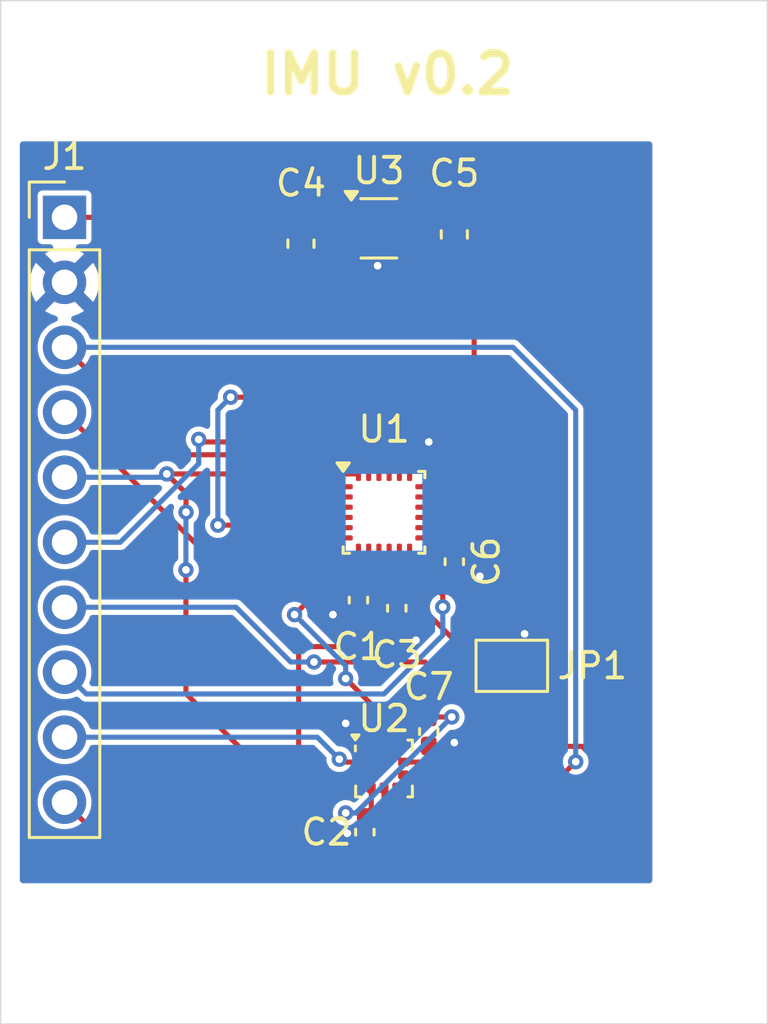
<source format=kicad_pcb>
(kicad_pcb (version 20241229) (generator "pcbnew") (generator_version "9.0")
  (title_block (title "IMU") (date "4/18/25") (rev "0.2"))
  (layers (0 "F.Cu" signal) (2 "B.Cu" signal) (13 "F.Paste" user) (15 "B.Paste" user) (5 "F.SilkS" user "F.Silkscreen") (7 "B.SilkS" user "B.Silkscreen") (1 "F.Mask" user) (3 "B.Mask" user) (25 "Edge.Cuts" user))
  (net 0 "")
  (net 1 "GND")
  (net 2 "/1.8v")
  (net 3 "Net-(U1-REGOUT)")
  (net 4 "Net-(J1-Pin_1)")
  (net 5 "/SDO")
  (net 6 "/INT2")
  (net 7 "/CS1")
  (net 8 "/FSYNC")
  (net 9 "/CS2")
  (net 10 "/INT1")
  (net 11 "/SCLK")
  (net 12 "/SDI")
  (footprint "MountingHole:MountingHole_2.7mm_M2.5" (layer "F.Cu") (at 138 117)
    (property "Reference" "REF**" (hide yes))
    (property "Value" "MountingHole_2.7mm_M2.5" (hide yes))
    (pad "" np_thru_hole circle (at 0 0) (size 2.7 2.7) (drill 2.7) (layers "*.Cu" "*.Mask"))
  )
  (footprint "Capacitor_SMD:C_0402_1005Metric_Pad0.74x0.62mm_HandSolder" (layer "F.Cu") (at 150.5 103.75 -90)
    (property "Reference" "C3" (at 1.8175 0 180) (layer "F.SilkS"))
    (property "Value" "0.1uf")
    (fp_line (start -0.115835 0.36) (end 0.115835 0.36) (stroke (width 0.12)) (layer "F.SilkS"))
    (fp_line (start -0.115835 -0.36) (end 0.115835 -0.36) (stroke (width 0.12)) (layer "F.SilkS"))
    (pad "1" smd roundrect (at -0.5675 0 270) (size 0.735 0.62) (layers "F.Cu" "F.Mask" "F.Paste") (net 3 "Net-(U1-REGOUT)"))
    (pad "2" smd roundrect (at 0.5675 0 270) (size 0.735 0.62) (layers "F.Cu" "F.Mask" "F.Paste") (net 1 "GND"))
  )
  (footprint "Jumper:SolderJumper-2_P1.3mm_Open_Pad1.0x1.5mm" (layer "F.Cu") (at 155 106)
    (property "Reference" "JP1" (at 3.15 0 0) (layer "F.SilkS"))
    (property "Value" "SolderJumper_2_Open")
    (fp_line (start -1.4 -1) (end 1.4 -1) (stroke (width 0.12)) (layer "F.SilkS"))
    (fp_line (start -1.4 1) (end -1.4 -1) (stroke (width 0.12)) (layer "F.SilkS"))
    (fp_line (start 1.4 -1) (end 1.4 1) (stroke (width 0.12)) (layer "F.SilkS"))
    (fp_line (start 1.4 1) (end -1.4 1) (stroke (width 0.12)) (layer "F.SilkS"))
    (pad "1" smd rect (at -0.65 0) (size 1 1.5) (layers "F.Cu" "F.Mask") (net 8 "/FSYNC"))
    (pad "2" smd rect (at 0.65 0) (size 1 1.5) (layers "F.Cu" "F.Mask") (net 1 "GND"))
  )
  (footprint "Capacitor_SMD:C_0402_1005Metric_Pad0.74x0.62mm_HandSolder" (layer "F.Cu") (at 151.75 108.5675 -90)
    (property "Reference" "C7" (at -1.75 0 180) (layer "F.SilkS"))
    (property "Value" "0.1uf")
    (fp_line (start -0.115835 0.36) (end 0.115835 0.36) (stroke (width 0.12)) (layer "F.SilkS"))
    (fp_line (start -0.115835 -0.36) (end 0.115835 -0.36) (stroke (width 0.12)) (layer "F.SilkS"))
    (pad "1" smd roundrect (at -0.5675 0 270) (size 0.735 0.62) (layers "F.Cu" "F.Mask" "F.Paste") (net 2 "/1.8v"))
    (pad "2" smd roundrect (at 0.5675 0 270) (size 0.735 0.62) (layers "F.Cu" "F.Mask" "F.Paste") (net 1 "GND"))
  )
  (footprint "Capacitor_SMD:C_0402_1005Metric_Pad0.74x0.62mm_HandSolder" (layer "F.Cu") (at 149 103.4325 -90)
    (property "Reference" "C1" (at 1.8175 0 180) (layer "F.SilkS"))
    (property "Value" "0.1uf")
    (fp_line (start -0.115835 0.36) (end 0.115835 0.36) (stroke (width 0.12)) (layer "F.SilkS"))
    (fp_line (start -0.115835 -0.36) (end 0.115835 -0.36) (stroke (width 0.12)) (layer "F.SilkS"))
    (pad "1" smd roundrect (at -0.5675 0 270) (size 0.735 0.62) (layers "F.Cu" "F.Mask" "F.Paste") (net 2 "/1.8v"))
    (pad "2" smd roundrect (at 0.5675 0 270) (size 0.735 0.62) (layers "F.Cu" "F.Mask" "F.Paste") (net 1 "GND"))
  )
  (footprint "MountingHole:MountingHole_2.7mm_M2.5" (layer "F.Cu") (at 162 117)
    (property "Reference" "REF**" (hide yes))
    (property "Value" "MountingHole_2.7mm_M2.5" (hide yes))
    (pad "" np_thru_hole circle (at 0 0) (size 2.7 2.7) (drill 2.7) (layers "*.Cu" "*.Mask"))
  )
  (footprint "Capacitor_SMD:C_0603_1608Metric_Pad1.08x0.95mm_HandSolder" (layer "F.Cu") (at 152.75 89.1375 -90)
    (property "Reference" "C5" (at -2.3875 0 180) (layer "F.SilkS"))
    (property "Value" "1uf")
    (fp_line (start -0.146267 0.51) (end 0.146267 0.51) (stroke (width 0.12)) (layer "F.SilkS"))
    (fp_line (start -0.146267 -0.51) (end 0.146267 -0.51) (stroke (width 0.12)) (layer "F.SilkS"))
    (pad "1" smd roundrect (at -0.8625 0 270) (size 1.075 0.95) (layers "F.Cu" "F.Mask" "F.Paste") (net 2 "/1.8v"))
    (pad "2" smd roundrect (at 0.8625 0 270) (size 1.075 0.95) (layers "F.Cu" "F.Mask" "F.Paste") (net 1 "GND"))
  )
  (footprint "MountingHole:MountingHole_2.7mm_M2.5" (layer "F.Cu") (at 162 83)
    (property "Reference" "REF**" (hide yes))
    (property "Value" "MountingHole_2.7mm_M2.5" (hide yes))
    (pad "" np_thru_hole circle (at 0 0) (size 2.7 2.7) (drill 2.7) (layers "*.Cu" "*.Mask"))
  )
  (footprint "Package_TO_SOT_SMD:SOT-353_SC-70-5" (layer "F.Cu") (at 149.8 88.9)
    (property "Reference" "U3" (at 0 -2.25 0) (layer "F.SilkS"))
    (property "Value" "MIC5365-1.8YC5")
    (fp_line (start -0.71 -1.16) (end 0.7 -1.16) (stroke (width 0.12)) (layer "F.SilkS"))
    (fp_line (start -0.7 1.16) (end 0.7 1.16) (stroke (width 0.12)) (layer "F.SilkS"))
    (fp_poly (pts (xy -1.08 -1.11) (xy -1.32 -1.44) (xy -0.84 -1.44) (xy -1.08 -1.11)) (stroke (width 0.12)) (fill yes) (layer "F.SilkS"))
    (pad "1" smd roundrect (at -0.95 -0.65) (size 0.65 0.4) (layers "F.Cu" "F.Mask" "F.Paste") (net 4 "Net-(J1-Pin_1)"))
    (pad "2" smd roundrect (at -0.95 0) (size 0.65 0.4) (layers "F.Cu" "F.Mask" "F.Paste") (net 1 "GND"))
    (pad "3" smd roundrect (at -0.95 0.65) (size 0.65 0.4) (layers "F.Cu" "F.Mask" "F.Paste") (net 4 "Net-(J1-Pin_1)"))
    (pad "4" smd roundrect (at 0.95 0.65) (size 0.65 0.4) (layers "F.Cu" "F.Mask" "F.Paste"))
    (pad "5" smd roundrect (at 0.95 -0.65) (size 0.65 0.4) (layers "F.Cu" "F.Mask" "F.Paste") (net 2 "/1.8v"))
  )
  (footprint "Package_LGA:ST_HLGA-10_2x2mm_P0.5mm_LayoutBorder3x2y" (layer "F.Cu") (at 150 110.0125)
    (property "Reference" "U2" (at 0 -1.95 0) (layer "F.SilkS"))
    (property "Value" "~")
    (fp_line (start -1.12 -0.685) (end -1.12 -0.88) (stroke (width 0.12)) (layer "F.SilkS"))
    (fp_line (start -1.11 1.11) (end -1.11 0.685) (stroke (width 0.12)) (layer "F.SilkS"))
    (fp_line (start -0.935 1.11) (end -1.11 1.11) (stroke (width 0.12)) (layer "F.SilkS"))
    (fp_line (start 0.935 -1.11) (end 1.11 -1.11) (stroke (width 0.12)) (layer "F.SilkS"))
    (fp_line (start 0.935 1.11) (end 1.11 1.11) (stroke (width 0.12)) (layer "F.SilkS"))
    (fp_line (start 1.11 -1.11) (end 1.11 -0.685) (stroke (width 0.12)) (layer "F.SilkS"))
    (fp_line (start 1.11 1.11) (end 1.11 0.685) (stroke (width 0.12)) (layer "F.SilkS"))
    (fp_poly (pts (xy -1.12 -1.12) (xy -1.26 -1.31) (xy -0.98 -1.31)) (stroke (width 0.12)) (fill yes) (layer "F.SilkS"))
    (pad "1" smd roundrect (at 0.7625 -0.25) (size 0.425 0.35) (layers "F.Cu" "F.Mask" "F.Paste") (net 9 "/CS2"))
    (pad "2" smd roundrect (at 0.7625 0.25) (size 0.425 0.35) (layers "F.Cu" "F.Mask" "F.Paste") (net 11 "/SCLK"))
    (pad "3" smd roundrect (at 0.5 0.7625) (size 0.35 0.425) (layers "F.Cu" "F.Mask" "F.Paste"))
    (pad "4" smd roundrect (at 0 0.7625) (size 0.35 0.425) (layers "F.Cu" "F.Mask" "F.Paste") (net 12 "/SDI"))
    (pad "5" smd roundrect (at -0.5 0.7625) (size 0.35 0.425) (layers "F.Cu" "F.Mask" "F.Paste") (net 2 "/1.8v"))
    (pad "6" smd roundrect (at -0.7625 0.25) (size 0.425 0.35) (layers "F.Cu" "F.Mask" "F.Paste") (net 5 "/SDO"))
    (pad "7" smd roundrect (at -0.7625 -0.25) (size 0.425 0.35) (layers "F.Cu" "F.Mask" "F.Paste") (net 6 "/INT2"))
    (pad "8" smd roundrect (at -0.5 -0.7625) (size 0.35 0.425) (layers "F.Cu" "F.Mask" "F.Paste"))
    (pad "9" smd roundrect (at 0 -0.7625) (size 0.35 0.425) (layers "F.Cu" "F.Mask" "F.Paste"))
    (pad "10" smd roundrect (at 0.5 -0.7625) (size 0.35 0.425) (layers "F.Cu" "F.Mask" "F.Paste") (net 2 "/1.8v"))
  )
  (footprint "Capacitor_SMD:C_0402_1005Metric_Pad0.74x0.62mm_HandSolder" (layer "F.Cu") (at 149.25 112.5 -90)
    (property "Reference" "C2" (at 0 1.5 180) (layer "F.SilkS"))
    (property "Value" "0.1uf")
    (fp_line (start -0.115835 0.36) (end 0.115835 0.36) (stroke (width 0.12)) (layer "F.SilkS"))
    (fp_line (start -0.115835 -0.36) (end 0.115835 -0.36) (stroke (width 0.12)) (layer "F.SilkS"))
    (pad "1" smd roundrect (at -0.5675 0 270) (size 0.735 0.62) (layers "F.Cu" "F.Mask" "F.Paste") (net 2 "/1.8v"))
    (pad "2" smd roundrect (at 0.5675 0 270) (size 0.735 0.62) (layers "F.Cu" "F.Mask" "F.Paste") (net 1 "GND"))
  )
  (footprint "Capacitor_SMD:C_0402_1005Metric_Pad0.74x0.62mm_HandSolder" (layer "F.Cu") (at 152.75 101.9325 -90)
    (property "Reference" "C6" (at 0 -1.25 90) (layer "F.SilkS"))
    (property "Value" "0.1uf")
    (fp_line (start -0.115835 0.36) (end 0.115835 0.36) (stroke (width 0.12)) (layer "F.SilkS"))
    (fp_line (start -0.115835 -0.36) (end 0.115835 -0.36) (stroke (width 0.12)) (layer "F.SilkS"))
    (pad "1" smd roundrect (at -0.5675 0 270) (size 0.735 0.62) (layers "F.Cu" "F.Mask" "F.Paste") (net 2 "/1.8v"))
    (pad "2" smd roundrect (at 0.5675 0 270) (size 0.735 0.62) (layers "F.Cu" "F.Mask" "F.Paste") (net 1 "GND"))
  )
  (footprint "MountingHole:MountingHole_2.7mm_M2.5" (layer "F.Cu") (at 138 83)
    (property "Reference" "REF**" (hide yes))
    (property "Value" "MountingHole_2.7mm_M2.5" (hide yes))
    (pad "" np_thru_hole circle (at 0 0) (size 2.7 2.7) (drill 2.7) (layers "*.Cu" "*.Mask"))
  )
  (footprint "Sensor_Motion:InvenSense_QFN-24_3x3mm_P0.4mm" (layer "F.Cu") (at 150 100)
    (property "Reference" "U1" (at 0 -3.25 0) (layer "F.SilkS"))
    (property "Value" "ICM-20948")
    (fp_line (start -1.6 1.6) (end -1.6 1.35) (stroke (width 0.12)) (layer "F.SilkS"))
    (fp_line (start -1.6 1.6) (end -1.35 1.6) (stroke (width 0.12)) (layer "F.SilkS"))
    (fp_line (start 1.6 -1.6) (end 1.35 -1.6) (stroke (width 0.12)) (layer "F.SilkS"))
    (fp_line (start 1.6 -1.6) (end 1.6 -1.35) (stroke (width 0.12)) (layer "F.SilkS"))
    (fp_line (start 1.6 1.6) (end 1.35 1.6) (stroke (width 0.12)) (layer "F.SilkS"))
    (fp_line (start 1.6 1.6) (end 1.6 1.35) (stroke (width 0.12)) (layer "F.SilkS"))
    (fp_poly (pts (xy -1.6 -1.6) (xy -1.84 -1.93) (xy -1.36 -1.93) (xy -1.6 -1.6)) (stroke (width 0.12)) (fill yes) (layer "F.SilkS"))
    (pad "1" smd roundrect (at -1.5 -1) (size 0.55 0.2) (layers "F.Cu" "F.Mask" "F.Paste"))
    (pad "2" smd roundrect (at -1.5 -0.6) (size 0.55 0.2) (layers "F.Cu" "F.Mask" "F.Paste"))
    (pad "3" smd roundrect (at -1.5 -0.2) (size 0.55 0.2) (layers "F.Cu" "F.Mask" "F.Paste"))
    (pad "4" smd roundrect (at -1.5 0.2) (size 0.55 0.2) (layers "F.Cu" "F.Mask" "F.Paste"))
    (pad "5" smd roundrect (at -1.5 0.6) (size 0.55 0.2) (layers "F.Cu" "F.Mask" "F.Paste"))
    (pad "6" smd roundrect (at -1.5 1) (size 0.55 0.2) (layers "F.Cu" "F.Mask" "F.Paste"))
    (pad "7" smd roundrect (at -1 1.5 90) (size 0.55 0.2) (layers "F.Cu" "F.Mask" "F.Paste"))
    (pad "8" smd roundrect (at -0.6 1.5 90) (size 0.55 0.2) (layers "F.Cu" "F.Mask" "F.Paste") (net 2 "/1.8v"))
    (pad "9" smd roundrect (at -0.2 1.5 90) (size 0.55 0.2) (layers "F.Cu" "F.Mask" "F.Paste") (net 5 "/SDO"))
    (pad "10" smd roundrect (at 0.2 1.5 90) (size 0.55 0.2) (layers "F.Cu" "F.Mask" "F.Paste") (net 3 "Net-(U1-REGOUT)"))
    (pad "11" smd roundrect (at 0.6 1.5 90) (size 0.55 0.2) (layers "F.Cu" "F.Mask" "F.Paste") (net 8 "/FSYNC"))
    (pad "12" smd roundrect (at 1 1.5 90) (size 0.55 0.2) (layers "F.Cu" "F.Mask" "F.Paste") (net 10 "/INT1"))
    (pad "13" smd roundrect (at 1.5 1) (size 0.55 0.2) (layers "F.Cu" "F.Mask" "F.Paste") (net 2 "/1.8v"))
    (pad "14" smd roundrect (at 1.5 0.6) (size 0.55 0.2) (layers "F.Cu" "F.Mask" "F.Paste"))
    (pad "15" smd roundrect (at 1.5 0.2) (size 0.55 0.2) (layers "F.Cu" "F.Mask" "F.Paste"))
    (pad "16" smd roundrect (at 1.5 -0.2) (size 0.55 0.2) (layers "F.Cu" "F.Mask" "F.Paste"))
    (pad "17" smd roundrect (at 1.5 -0.6) (size 0.55 0.2) (layers "F.Cu" "F.Mask" "F.Paste"))
    (pad "18" smd roundrect (at 1.5 -1) (size 0.55 0.2) (layers "F.Cu" "F.Mask" "F.Paste") (net 1 "GND"))
    (pad "19" smd roundrect (at 1 -1.5 90) (size 0.55 0.2) (layers "F.Cu" "F.Mask" "F.Paste"))
    (pad "20" smd roundrect (at 0.6 -1.5 90) (size 0.55 0.2) (layers "F.Cu" "F.Mask" "F.Paste") (net 1 "GND"))
    (pad "21" smd roundrect (at 0.2 -1.5 90) (size 0.55 0.2) (layers "F.Cu" "F.Mask" "F.Paste"))
    (pad "22" smd roundrect (at -0.2 -1.5 90) (size 0.55 0.2) (layers "F.Cu" "F.Mask" "F.Paste") (net 7 "/CS1"))
    (pad "23" smd roundrect (at -0.6 -1.5 90) (size 0.55 0.2) (layers "F.Cu" "F.Mask" "F.Paste") (net 11 "/SCLK"))
    (pad "24" smd roundrect (at -1 -1.5 90) (size 0.55 0.2) (layers "F.Cu" "F.Mask" "F.Paste") (net 12 "/SDI"))
  )
  (footprint "Connector_PinHeader_2.54mm:PinHeader_1x10_P2.54mm_Vertical" (layer "F.Cu") (at 137.5 88.47)
    (property "Reference" "J1" (at 0 -2.38 0) (layer "F.SilkS"))
    (property "Value" "Pin Bus" (hide yes))
    (fp_line (start -1.38 -1.38) (end 0 -1.38) (stroke (width 0.12)) (layer "F.SilkS"))
    (fp_line (start -1.38 0) (end -1.38 -1.38) (stroke (width 0.12)) (layer "F.SilkS"))
    (fp_line (start -1.38 1.27) (end -1.38 24.24) (stroke (width 0.12)) (layer "F.SilkS"))
    (fp_line (start -1.38 1.27) (end 1.38 1.27) (stroke (width 0.12)) (layer "F.SilkS"))
    (fp_line (start -1.38 24.24) (end 1.38 24.24) (stroke (width 0.12)) (layer "F.SilkS"))
    (fp_line (start 1.38 1.27) (end 1.38 24.24) (stroke (width 0.12)) (layer "F.SilkS"))
    (pad "1" thru_hole rect (at 0 0) (size 1.7 1.7) (drill 1) (layers "*.Cu" "*.Mask") (net 4 "Net-(J1-Pin_1)"))
    (pad "2" thru_hole circle (at 0 2.54) (size 1.7 1.7) (drill 1) (layers "*.Cu" "*.Mask") (net 1 "GND"))
    (pad "3" thru_hole circle (at 0 5.08) (size 1.7 1.7) (drill 1) (layers "*.Cu" "*.Mask") (net 11 "/SCLK"))
    (pad "4" thru_hole circle (at 0 7.62) (size 1.7 1.7) (drill 1) (layers "*.Cu" "*.Mask") (net 5 "/SDO"))
    (pad "5" thru_hole circle (at 0 10.16) (size 1.7 1.7) (drill 1) (layers "*.Cu" "*.Mask") (net 12 "/SDI"))
    (pad "6" thru_hole circle (at 0 12.7) (size 1.7 1.7) (drill 1) (layers "*.Cu" "*.Mask") (net 7 "/CS1"))
    (pad "7" thru_hole circle (at 0 15.24) (size 1.7 1.7) (drill 1) (layers "*.Cu" "*.Mask") (net 9 "/CS2"))
    (pad "8" thru_hole circle (at 0 17.78) (size 1.7 1.7) (drill 1) (layers "*.Cu" "*.Mask") (net 10 "/INT1"))
    (pad "9" thru_hole circle (at 0 20.32) (size 1.7 1.7) (drill 1) (layers "*.Cu" "*.Mask") (net 6 "/INT2"))
    (pad "10" thru_hole circle (at 0 22.86) (size 1.7 1.7) (drill 1) (layers "*.Cu" "*.Mask") (net 8 "/FSYNC"))
  )
  (footprint "Capacitor_SMD:C_0603_1608Metric_Pad1.08x0.95mm_HandSolder" (layer "F.Cu") (at 146.75 89.5 -90)
    (property "Reference" "C4" (at -2.3625 0 180) (layer "F.SilkS"))
    (property "Value" "1uf")
    (fp_line (start -0.146267 0.51) (end 0.146267 0.51) (stroke (width 0.12)) (layer "F.SilkS"))
    (fp_line (start -0.146267 -0.51) (end 0.146267 -0.51) (stroke (width 0.12)) (layer "F.SilkS"))
    (pad "1" smd roundrect (at -0.8625 0 270) (size 1.075 0.95) (layers "F.Cu" "F.Mask" "F.Paste") (net 4 "Net-(J1-Pin_1)"))
    (pad "2" smd roundrect (at 0.8625 0 270) (size 1.075 0.95) (layers "F.Cu" "F.Mask" "F.Paste") (net 1 "GND"))
  )
  (gr_rect (start 135 80) (end 165 120) (stroke (width 0.05)) (fill no) (layer "Edge.Cuts"))
  (gr_text "IMU v0.2" (at 145 83.75 0) (layer "F.SilkS") (effects (font (size 1.5 1.5) (thickness 0.3) (bold yes)) (justify left bottom)))
  (segment (start 155.65 104.9) (end 155.5 104.75) (width 0.2) (layer "F.Cu") (net 1))
  (segment (start 155.65 106) (end 155.65 104.9) (width 0.2) (layer "F.Cu") (net 1))
  (segment (start 148.85 88.9) (end 149.174999 88.9) (width 0.2) (layer "F.Cu") (net 1))
  (segment (start 149 104) (end 148 104) (width 0.2) (layer "F.Cu") (net 1))
  (segment (start 151.25 97.25) (end 151.75 97.25) (width 0.2) (layer "F.Cu") (net 1))
  (segment (start 152.3875 90.3625) (end 152.75 90) (width 0.2) (layer "F.Cu") (net 1))
  (segment (start 151.75 98.75) (end 151.75 97.25) (width 0.2) (layer "F.Cu") (net 1))
  (segment (start 150.6 97.9) (end 151.25 97.25) (width 0.2) (layer "F.Cu") (net 1))
  (segment (start 150.5675 104.3175) (end 151.25 105) (width 0.2) (layer "F.Cu") (net 1))
  (segment (start 149.75 89.475001) (end 149.75 90.3625) (width 0.2) (layer "F.Cu") (net 1))
  (segment (start 150.5 104.3175) (end 150.5675 104.3175) (width 0.2) (layer "F.Cu") (net 1))
  (segment (start 149.081853 113.0675) (end 148.56195 112.547597) (width 0.2) (layer "F.Cu") (net 1))
  (segment (start 149.5 109.25) (end 150 109.25) (width 0.2) (layer "F.Cu") (net 1))
  (segment (start 152.615 109.135) (end 152.75 109) (width 0.2) (layer "F.Cu") (net 1))
  (segment (start 149.174999 88.9) (end 149.75 89.475001) (width 0.2) (layer "F.Cu") (net 1))
  (segment (start 151.75 109.135) (end 152.615 109.135) (width 0.2) (layer "F.Cu") (net 1))
  (segment (start 149.5 109.25) (end 148.5 108.25) (width 0.2) (layer "F.Cu") (net 1))
  (segment (start 152.75 102.5) (end 153.75 102.5) (width 0.2) (layer "F.Cu") (net 1))
  (segment (start 150.6 98.5) (end 150.6 97.9) (width 0.2) (layer "F.Cu") (net 1))
  (segment (start 149.25 113.0675) (end 149.081853 113.0675) (width 0.2) (layer "F.Cu") (net 1))
  (segment (start 146.75 90.3625) (end 149.75 90.3625) (width 0.2) (layer "F.Cu") (net 1))
  (segment (start 151.5 99) (end 151.75 98.75) (width 0.2) (layer "F.Cu") (net 1))
  (segment (start 149.75 90.3625) (end 152.3875 90.3625) (width 0.2) (layer "F.Cu") (net 1))
  (via (at 148.56195 112.547597) (size 0.6) (drill 0.3) (layers "F.Cu" "B.Cu") (net 1))
  (via (at 152.75 109) (size 0.6) (drill 0.3) (layers "F.Cu" "B.Cu") (net 1))
  (via (at 151.25 105) (size 0.6) (drill 0.3) (layers "F.Cu" "B.Cu") (net 1))
  (via (at 148.5 108.25) (size 0.6) (drill 0.3) (layers "F.Cu" "B.Cu") (net 1))
  (via (at 149.75 90.3625) (size 0.6) (drill 0.3) (layers "F.Cu" "B.Cu") (net 1))
  (via (at 153.75 102.5) (size 0.6) (drill 0.3) (layers "F.Cu" "B.Cu") (net 1))
  (via (at 148 104) (size 0.6) (drill 0.3) (layers "F.Cu" "B.Cu") (net 1))
  (via (at 155.5 104.75) (size 0.6) (drill 0.3) (layers "F.Cu" "B.Cu") (net 1))
  (via (at 151.75 97.25) (size 0.6) (drill 0.3) (layers "F.Cu" "B.Cu") (net 1))
  (segment (start 149.75 90.3625) (end 149.75 90.25) (width 0.2) (layer "B.Cu") (net 1))
  (segment (start 150.5 109.25) (end 151.75 108) (width 0.2) (layer "F.Cu") (net 2))
  (segment (start 149 102.865) (end 147.635 102.865) (width 0.2) (layer "F.Cu") (net 2))
  (segment (start 149.5 110.775) (end 149.5 111.6825) (width 0.2) (layer "F.Cu") (net 2))
  (segment (start 149.4 102.465) (end 149 102.865) (width 0.2) (layer "F.Cu") (net 2))
  (segment (start 149.5 111.6825) (end 149.25 111.9325) (width 0.2) (layer "F.Cu") (net 2))
  (segment (start 152.75 88.275) (end 153.526 89.051) (width 0.2) (layer "F.Cu") (net 2))
  (segment (start 144 95.5) (end 151.776 95.5) (width 0.2) (layer "F.Cu") (net 2))
  (segment (start 149.4 101.5) (end 149.4 102.465) (width 0.2) (layer "F.Cu") (net 2))
  (segment (start 151.75 108) (end 152.65 108) (width 0.2) (layer "F.Cu") (net 2))
  (segment (start 151.5 101) (end 152.385 101) (width 0.2) (layer "F.Cu") (net 2))
  (segment (start 146.635 100.5) (end 143.5 100.5) (width 0.2) (layer "F.Cu") (net 2))
  (segment (start 153.526 100.589) (end 152.75 101.365) (width 0.2) (layer "F.Cu") (net 2))
  (segment (start 149 102.865) (end 146.635 100.5) (width 0.2) (layer "F.Cu") (net 2))
  (segment (start 148.5 111.75) (end 149.0675 111.75) (width 0.2) (layer "F.Cu") (net 2))
  (segment (start 147.635 102.865) (end 146.5 104) (width 0.2) (layer "F.Cu") (net 2))
  (segment (start 152.385 101) (end 152.75 101.365) (width 0.2) (layer "F.Cu") (net 2))
  (segment (start 151.776 95.5) (end 152.75 96.474) (width 0.2) (layer "F.Cu") (net 2))
  (segment (start 152.75 96.474) (end 152.75 101.365) (width 0.2) (layer "F.Cu") (net 2))
  (segment (start 152.725 88.25) (end 152.75 88.275) (width 0.2) (layer "F.Cu") (net 2))
  (segment (start 151.75 108) (end 150 108) (width 0.2) (layer "F.Cu") (net 2))
  (segment (start 149.0675 111.75) (end 149.25 111.9325) (width 0.2) (layer "F.Cu") (net 2))
  (segment (start 150 108) (end 148.5 106.5) (width 0.2) (layer "F.Cu") (net 2))
  (segment (start 153.526 89.051) (end 153.526 100.589) (width 0.2) (layer "F.Cu") (net 2))
  (segment (start 150.75 88.25) (end 152.725 88.25) (width 0.2) (layer "F.Cu") (net 2))
  (via (at 144 95.5) (size 0.6) (drill 0.3) (layers "F.Cu" "B.Cu") (net 2))
  (via (at 152.65 108) (size 0.6) (drill 0.3) (layers "F.Cu" "B.Cu") (net 2))
  (via (at 143.5 100.5) (size 0.6) (drill 0.3) (layers "F.Cu" "B.Cu") (net 2))
  (via (at 146.5 104) (size 0.6) (drill 0.3) (layers "F.Cu" "B.Cu") (net 2))
  (via (at 148.5 106.5) (size 0.6) (drill 0.3) (layers "F.Cu" "B.Cu") (net 2))
  (via (at 148.5 111.75) (size 0.6) (drill 0.3) (layers "F.Cu" "B.Cu") (net 2))
  (segment (start 152.65 108) (end 148.9 111.75) (width 0.2) (layer "B.Cu") (net 2))
  (segment (start 148.5 106) (end 146.5 104) (width 0.2) (layer "B.Cu") (net 2))
  (segment (start 143.5 96) (end 144 95.5) (width 0.2) (layer "B.Cu") (net 2))
  (segment (start 148.9 111.75) (end 148.5 111.75) (width 0.2) (layer "B.Cu") (net 2))
  (segment (start 143.5 100.5) (end 143.5 96) (width 0.2) (layer "B.Cu") (net 2))
  (segment (start 148.5 106.5) (end 148.5 106) (width 0.2) (layer "B.Cu") (net 2))
  (segment (start 150.2 102.8825) (end 150.5 103.1825) (width 0.2) (layer "F.Cu") (net 3))
  (segment (start 150.2 101.5) (end 150.2 102.8825) (width 0.2) (layer "F.Cu") (net 3))
  (segment (start 148.85 89.55) (end 147.6625 89.55) (width 0.2) (layer "F.Cu") (net 4))
  (segment (start 146.75 88.6375) (end 147.1375 88.25) (width 0.2) (layer "F.Cu") (net 4))
  (segment (start 147.6625 89.55) (end 146.75 88.6375) (width 0.2) (layer "F.Cu") (net 4))
  (segment (start 137.5 88.47) (end 146.5825 88.47) (width 0.2) (layer "F.Cu") (net 4))
  (segment (start 147.1375 88.25) (end 148.85 88.25) (width 0.2) (layer "F.Cu") (net 4))
  (segment (start 146.5825 88.47) (end 146.75 88.6375) (width 0.2) (layer "F.Cu") (net 4))
  (segment (start 146.66 109.91) (end 146.66 105.25) (width 0.2) (layer "F.Cu") (net 5))
  (segment (start 149.2375 110.2625) (end 149.225 110.25) (width 0.2) (layer "F.Cu") (net 5))
  (segment (start 147 110.25) (end 146.66 109.91) (width 0.2) (layer "F.Cu") (net 5))
  (segment (start 149.5 105.25) (end 149.25 105.25) (width 0.2) (layer "F.Cu") (net 5))
  (segment (start 149.8 101.5) (end 149.8 104.7) (width 0.2) (layer "F.Cu") (net 5))
  (segment (start 146.66 105.25) (end 137.5 96.09) (width 0.2) (layer "F.Cu") (net 5))
  (segment (start 149.25 105.25) (end 146.66 105.25) (width 0.2) (layer "F.Cu") (net 5))
  (segment (start 149.225 110.25) (end 147 110.25) (width 0.2) (layer "F.Cu") (net 5))
  (segment (start 149.8 104.7) (end 149.25 105.25) (width 0.2) (layer "F.Cu") (net 5))
  (segment (start 148.3625 109.7625) (end 148.25 109.65) (width 0.2) (layer "F.Cu") (net 6))
  (segment (start 149.2375 109.7625) (end 148.3625 109.7625) (width 0.2) (layer "F.Cu") (net 6))
  (via (at 148.25 109.65) (size 0.6) (drill 0.3) (layers "F.Cu" "B.Cu") (net 6))
  (segment (start 147.39 108.79) (end 137.5 108.79) (width 0.2) (layer "B.Cu") (net 6))
  (segment (start 148.25 109.65) (end 147.39 108.79) (width 0.2) (layer "B.Cu") (net 6))
  (segment (start 149.5 97.25) (end 142.85 97.25) (width 0.2) (layer "F.Cu") (net 7))
  (segment (start 142.85 97.25) (end 142.75 97.15) (width 0.2) (layer "F.Cu") (net 7))
  (segment (start 149.8 97.55) (end 149.5 97.25) (width 0.2) (layer "F.Cu") (net 7))
  (segment (start 149.8 98.5) (end 149.8 97.55) (width 0.2) (layer "F.Cu") (net 7))
  (via (at 142.75 97.15) (size 0.6) (drill 0.3) (layers "F.Cu" "B.Cu") (net 7))
  (segment (start 142.75 98.099943) (end 142.75 97.15) (width 0.2) (layer "B.Cu") (net 7))
  (segment (start 137.5 101.17) (end 139.679943 101.17) (width 0.2) (layer "B.Cu") (net 7))
  (segment (start 139.679943 101.17) (end 142.75 98.099943) (width 0.2) (layer "B.Cu") (net 7))
  (segment (start 151.25 102.75) (end 151.25 103.5) (width 0.2) (layer "F.Cu") (net 8))
  (segment (start 137.5 111.33) (end 140.307 114.137) (width 0.2) (layer "F.Cu") (net 8))
  (segment (start 150.6 102.1) (end 151.25 102.75) (width 0.2) (layer "F.Cu") (net 8))
  (segment (start 153.962943 114.137) (end 158.101 109.998943) (width 0.2) (layer "F.Cu") (net 8))
  (segment (start 140.307 114.137) (end 153.962943 114.137) (width 0.2) (layer "F.Cu") (net 8))
  (segment (start 158.101 109.501057) (end 157.748943 109.149) (width 0.2) (layer "F.Cu") (net 8))
  (segment (start 157.748943 109.149) (end 156.849 109.149) (width 0.2) (layer "F.Cu") (net 8))
  (segment (start 154.35 106) (end 153.75 106) (width 0.2) (layer "F.Cu") (net 8))
  (segment (start 156.849 109.149) (end 154.35 106.65) (width 0.2) (layer "F.Cu") (net 8))
  (segment (start 158.101 109.998943) (end 158.101 109.501057) (width 0.2) (layer "F.Cu") (net 8))
  (segment (start 150.6 101.5) (end 150.6 102.1) (width 0.2) (layer "F.Cu") (net 8))
  (segment (start 153.75 106) (end 151.25 103.5) (width 0.2) (layer "F.Cu") (net 8))
  (segment (start 154.35 106.65) (end 154.35 106) (width 0.2) (layer "F.Cu") (net 8))
  (segment (start 153.1965 109.8035) (end 153.75 109.25) (width 0.2) (layer "F.Cu") (net 9))
  (segment (start 151.401824 109.8035) (end 153.1965 109.8035) (width 0.2) (layer "F.Cu") (net 9))
  (segment (start 153.75 108) (end 151.6 105.85) (width 0.2) (layer "F.Cu") (net 9))
  (segment (start 151.360824 109.7625) (end 151.401824 109.8035) (width 0.2) (layer "F.Cu") (net 9))
  (segment (start 150.775 109.75) (end 150.7625 109.7625) (width 0.2) (layer "F.Cu") (net 9))
  (segment (start 153.75 109.25) (end 153.75 108) (width 0.2) (layer "F.Cu") (net 9))
  (segment (start 151.6 105.85) (end 147.26 105.85) (width 0.2) (layer "F.Cu") (net 9))
  (segment (start 150.7625 109.7625) (end 151.360824 109.7625) (width 0.2) (layer "F.Cu") (net 9))
  (via (at 147.26 105.85) (size 0.6) (drill 0.3) (layers "F.Cu" "B.Cu") (net 9))
  (segment (start 144.21 103.71) (end 137.5 103.71) (width 0.2) (layer "B.Cu") (net 9))
  (segment (start 147.26 105.85) (end 146.35 105.85) (width 0.2) (layer "B.Cu") (net 9))
  (segment (start 146.35 105.85) (end 144.21 103.71) (width 0.2) (layer "B.Cu") (net 9))
  (segment (start 151 101.9329) (end 151 101.5) (width 0.2) (layer "F.Cu") (net 10))
  (segment (start 152.299265 103.232165) (end 151 101.9329) (width 0.2) (layer "F.Cu") (net 10))
  (segment (start 152.299265 103.700735) (end 152.299265 103.232165) (width 0.2) (layer "F.Cu") (net 10))
  (via (at 152.299265 103.700735) (size 0.6) (drill 0.3) (layers "F.Cu" "B.Cu") (net 10))
  (segment (start 149.999943 107.1) (end 152.299265 104.800678) (width 0.2) (layer "B.Cu") (net 10))
  (segment (start 138.35 107.1) (end 149.999943 107.1) (width 0.2) (layer "B.Cu") (net 10))
  (segment (start 152.299265 104.800678) (end 152.299265 103.700735) (width 0.2) (layer "B.Cu") (net 10))
  (segment (start 137.5 106.25) (end 138.35 107.1) (width 0.2) (layer "B.Cu") (net 10))
  (segment (start 149.25 97.75) (end 141.7 97.75) (width 0.2) (layer "F.Cu") (net 11))
  (segment (start 157.5 109.75) (end 156.9875 110.2625) (width 0.2) (layer "F.Cu") (net 11))
  (segment (start 149.4 98.5) (end 149.4 97.9) (width 0.2) (layer "F.Cu") (net 11))
  (segment (start 149.4 97.9) (end 149.25 97.75) (width 0.2) (layer "F.Cu") (net 11))
  (segment (start 156.9875 110.2625) (end 150.7625 110.2625) (width 0.2) (layer "F.Cu") (net 11))
  (segment (start 141.7 97.75) (end 137.5 93.55) (width 0.2) (layer "F.Cu") (net 11))
  (via (at 157.5 109.75) (size 0.6) (drill 0.3) (layers "F.Cu" "B.Cu") (net 11))
  (segment (start 142.899943 93.55) (end 155.05 93.55) (width 0.2) (layer "B.Cu") (net 11))
  (segment (start 137.5 93.55) (end 142.899943 93.55) (width 0.2) (layer "B.Cu") (net 11))
  (segment (start 155.05 93.55) (end 157.5 96) (width 0.2) (layer "B.Cu") (net 11))
  (segment (start 157.5 96) (end 157.5 109.75) (width 0.2) (layer "B.Cu") (net 11))
  (segment (start 142.25 107.084176) (end 142.25 102.25) (width 0.2) (layer "F.Cu") (net 12))
  (segment (start 142.254265 99.995735) (end 142.254265 99.254265) (width 0.2) (layer "F.Cu") (net 12))
  (segment (start 141.5 98.5) (end 149 98.5) (width 0.2) (layer "F.Cu") (net 12))
  (segment (start 142.254265 99.254265) (end 141.5 98.5) (width 0.2) (layer "F.Cu") (net 12))
  (segment (start 150 111.039348) (end 150 113.334176) (width 0.2) (layer "F.Cu") (net 12))
  (segment (start 148.901824 113.736) (end 142.25 107.084176) (width 0.2) (layer "F.Cu") (net 12))
  (segment (start 150 113.334176) (end 149.598176 113.736) (width 0.2) (layer "F.Cu") (net 12))
  (segment (start 150 110.775) (end 150 111.039348) (width 0.2) (layer "F.Cu") (net 12))
  (segment (start 149.598176 113.736) (end 148.901824 113.736) (width 0.2) (layer "F.Cu") (net 12))
  (via (at 141.5 98.5) (size 0.6) (drill 0.3) (layers "F.Cu" "B.Cu") (net 12))
  (via (at 142.254265 99.995735) (size 0.6) (drill 0.3) (layers "F.Cu" "B.Cu") (net 12))
  (via (at 142.25 102.25) (size 0.6) (drill 0.3) (layers "F.Cu" "B.Cu") (net 12))
  (segment (start 141.37 98.63) (end 141.5 98.5) (width 0.2) (layer "B.Cu") (net 12))
  (segment (start 142.25 100) (end 142.254265 99.995735) (width 0.2) (layer "B.Cu") (net 12))
  (segment (start 142.25 102.25) (end 142.25 100) (width 0.2) (layer "B.Cu") (net 12))
  (segment (start 137.5 98.63) (end 141.37 98.63) (width 0.2) (layer "B.Cu") (net 12))
  (zone (net 0) (net_name "") (layers "F.Cu" "B.Cu") (connect_pads (clearance 0)) (min_thickness 0.25)
    (keepout (tracks allowed) (vias not_allowed) (pads not_allowed) (copperpour not_allowed) (footprints allowed))
    (fill (thermal_gap 0.5) (thermal_bridge_width 0.5))
    (polygon (pts (xy 148.5 98.5) (xy 148.5 101.5) (xy 151.5 101.5) (xy 151.5 98.5)))
  )
  (zone (net 1) (net_name "GND") (layer "B.Cu") (connect_pads (clearance 0)) (min_thickness 0.25) (fill yes (thermal_gap 0.5) (thermal_bridge_width 0.5))
    (polygon (pts (xy 135.75 85.5) (xy 160.5 85.5) (xy 160.5 114.5) (xy 135.75 114.5)))
  )
)
</source>
